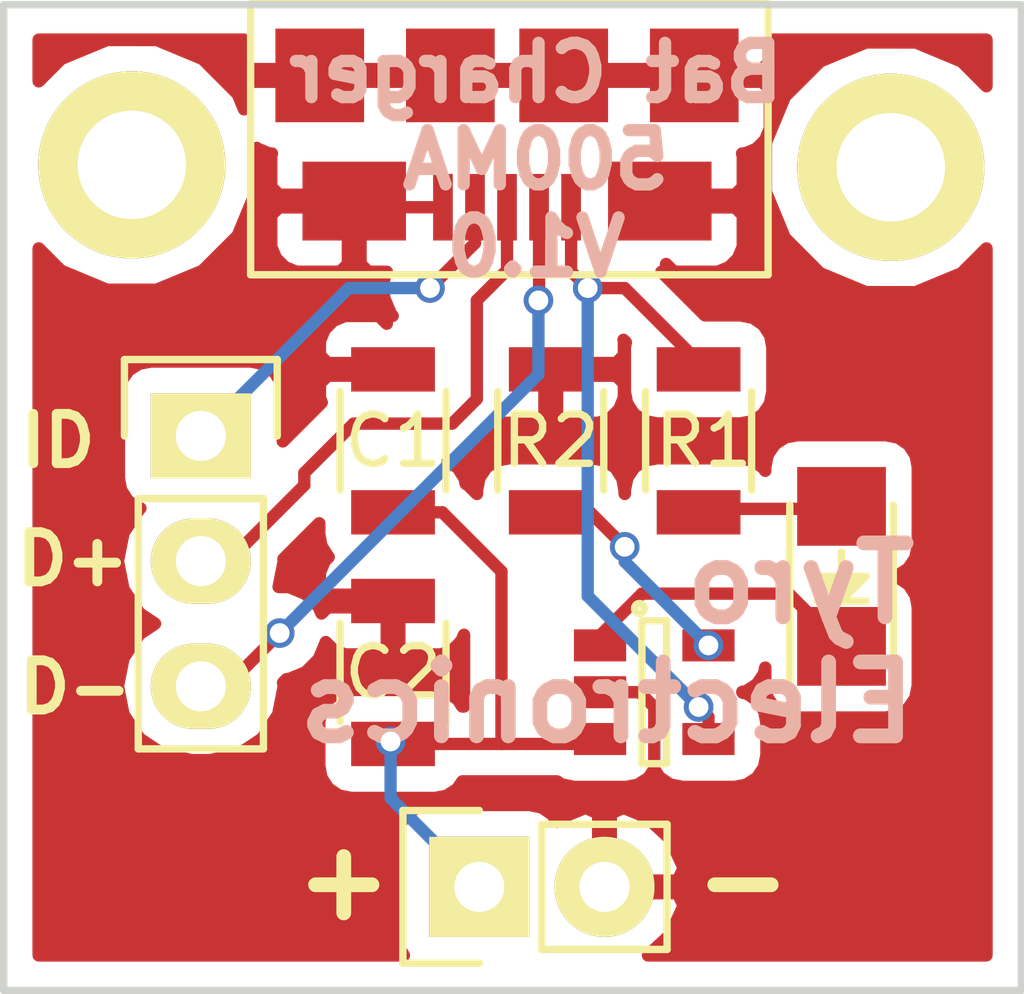
<source format=kicad_pcb>
(kicad_pcb (version 4) (host pcbnew 4.0.2-stable)

  (general
    (links 22)
    (no_connects 0)
    (area 160.324999 78.675 181.125001 101.825001)
    (thickness 1.6)
    (drawings 12)
    (tracks 63)
    (zones 0)
    (modules 11)
    (nets 10)
  )

  (page A4)
  (layers
    (0 F.Cu signal)
    (31 B.Cu signal)
    (32 B.Adhes user)
    (33 F.Adhes user)
    (34 B.Paste user)
    (35 F.Paste user)
    (36 B.SilkS user)
    (37 F.SilkS user)
    (38 B.Mask user)
    (39 F.Mask user)
    (40 Dwgs.User user)
    (41 Cmts.User user)
    (42 Eco1.User user)
    (43 Eco2.User user)
    (44 Edge.Cuts user)
    (45 Margin user)
    (46 B.CrtYd user)
    (47 F.CrtYd user)
    (48 B.Fab user)
    (49 F.Fab user)
  )

  (setup
    (last_trace_width 0.25)
    (trace_clearance 0.2)
    (zone_clearance 0.508)
    (zone_45_only no)
    (trace_min 0.2)
    (segment_width 0.2)
    (edge_width 0.15)
    (via_size 0.6)
    (via_drill 0.4)
    (via_min_size 0.4)
    (via_min_drill 0.3)
    (uvia_size 0.3)
    (uvia_drill 0.1)
    (uvias_allowed no)
    (uvia_min_size 0.2)
    (uvia_min_drill 0.1)
    (pcb_text_width 0.3)
    (pcb_text_size 1.5 1.5)
    (mod_edge_width 0.15)
    (mod_text_size 1 1)
    (mod_text_width 0.15)
    (pad_size 1.524 1.524)
    (pad_drill 0.762)
    (pad_to_mask_clearance 0.2)
    (aux_axis_origin 0 0)
    (visible_elements 7FFFFFFF)
    (pcbplotparams
      (layerselection 0x010f8_80000001)
      (usegerberextensions false)
      (excludeedgelayer true)
      (linewidth 0.100000)
      (plotframeref false)
      (viasonmask false)
      (mode 1)
      (useauxorigin false)
      (hpglpennumber 1)
      (hpglpenspeed 20)
      (hpglpendiameter 15)
      (hpglpenoverlay 2)
      (psnegative false)
      (psa4output false)
      (plotreference true)
      (plotvalue true)
      (plotinvisibletext false)
      (padsonsilk false)
      (subtractmaskfromsilk false)
      (outputformat 1)
      (mirror false)
      (drillshape 0)
      (scaleselection 1)
      (outputdirectory gerbers/))
  )

  (net 0 "")
  (net 1 "Net-(P1-Pad1)")
  (net 2 "Net-(P1-Pad2)")
  (net 3 "Net-(P1-Pad3)")
  (net 4 "Net-(C1-Pad1)")
  (net 5 GND)
  (net 6 "Net-(D1-Pad1)")
  (net 7 "Net-(P2-Pad1)")
  (net 8 "Net-(R2-Pad1)")
  (net 9 "Net-(D1-Pad2)")

  (net_class Default "This is the default net class."
    (clearance 0.2)
    (trace_width 0.25)
    (via_dia 0.6)
    (via_drill 0.4)
    (uvia_dia 0.3)
    (uvia_drill 0.1)
    (add_net GND)
    (add_net "Net-(C1-Pad1)")
    (add_net "Net-(D1-Pad1)")
    (add_net "Net-(D1-Pad2)")
    (add_net "Net-(P1-Pad1)")
    (add_net "Net-(P1-Pad2)")
    (add_net "Net-(P1-Pad3)")
    (add_net "Net-(P2-Pad1)")
    (add_net "Net-(R2-Pad1)")
  )

  (module Pin_Headers:Pin_Header_Straight_1x03 (layer F.Cu) (tedit 56EB5028) (tstamp 56E9BF10)
    (at 164.4 90.5)
    (descr "Through hole pin header")
    (tags "pin header")
    (path /56E76434)
    (fp_text reference "" (at 0 -5.1) (layer F.SilkS) hide
      (effects (font (size 1 1) (thickness 0.15)))
    )
    (fp_text value "" (at 0 -3.1) (layer F.Fab) hide
      (effects (font (size 1 1) (thickness 0.15)))
    )
    (fp_line (start -1.75 -1.75) (end -1.75 6.85) (layer F.CrtYd) (width 0.05))
    (fp_line (start 1.75 -1.75) (end 1.75 6.85) (layer F.CrtYd) (width 0.05))
    (fp_line (start -1.75 -1.75) (end 1.75 -1.75) (layer F.CrtYd) (width 0.05))
    (fp_line (start -1.75 6.85) (end 1.75 6.85) (layer F.CrtYd) (width 0.05))
    (fp_line (start -1.27 1.27) (end -1.27 6.35) (layer F.SilkS) (width 0.15))
    (fp_line (start -1.27 6.35) (end 1.27 6.35) (layer F.SilkS) (width 0.15))
    (fp_line (start 1.27 6.35) (end 1.27 1.27) (layer F.SilkS) (width 0.15))
    (fp_line (start 1.55 -1.55) (end 1.55 0) (layer F.SilkS) (width 0.15))
    (fp_line (start 1.27 1.27) (end -1.27 1.27) (layer F.SilkS) (width 0.15))
    (fp_line (start -1.55 0) (end -1.55 -1.55) (layer F.SilkS) (width 0.15))
    (fp_line (start -1.55 -1.55) (end 1.55 -1.55) (layer F.SilkS) (width 0.15))
    (pad 1 thru_hole rect (at 0 0) (size 2.032 1.7272) (drill 1.016) (layers *.Cu *.Mask F.SilkS)
      (net 1 "Net-(P1-Pad1)"))
    (pad 2 thru_hole oval (at 0 2.54) (size 2.032 1.7272) (drill 1.016) (layers *.Cu *.Mask F.SilkS)
      (net 2 "Net-(P1-Pad2)"))
    (pad 3 thru_hole oval (at 0 5.08) (size 2.032 1.7272) (drill 1.016) (layers *.Cu *.Mask F.SilkS)
      (net 3 "Net-(P1-Pad3)"))
    (model Pin_Headers.3dshapes/Pin_Header_Straight_1x03.wrl
      (at (xyz 0 -0.1 0))
      (scale (xyz 1 1 1))
      (rotate (xyz 0 0 90))
    )
  )

  (module Pin_Headers:Pin_Header_Straight_1x02 (layer F.Cu) (tedit 56EB4E18) (tstamp 56E9BF16)
    (at 170.05 99.65 90)
    (descr "Through hole pin header")
    (tags "pin header")
    (path /56E76222)
    (fp_text reference "" (at 0 -5.1 90) (layer F.SilkS) hide
      (effects (font (size 1 1) (thickness 0.15)))
    )
    (fp_text value "" (at 0 -3.1 90) (layer F.Fab) hide
      (effects (font (size 1 1) (thickness 0.15)))
    )
    (fp_line (start 1.27 1.27) (end 1.27 3.81) (layer F.SilkS) (width 0.15))
    (fp_line (start 1.55 -1.55) (end 1.55 0) (layer F.SilkS) (width 0.15))
    (fp_line (start -1.75 -1.75) (end -1.75 4.3) (layer F.CrtYd) (width 0.05))
    (fp_line (start 1.75 -1.75) (end 1.75 4.3) (layer F.CrtYd) (width 0.05))
    (fp_line (start -1.75 -1.75) (end 1.75 -1.75) (layer F.CrtYd) (width 0.05))
    (fp_line (start -1.75 4.3) (end 1.75 4.3) (layer F.CrtYd) (width 0.05))
    (fp_line (start 1.27 1.27) (end -1.27 1.27) (layer F.SilkS) (width 0.15))
    (fp_line (start -1.55 0) (end -1.55 -1.55) (layer F.SilkS) (width 0.15))
    (fp_line (start -1.55 -1.55) (end 1.55 -1.55) (layer F.SilkS) (width 0.15))
    (fp_line (start -1.27 1.27) (end -1.27 3.81) (layer F.SilkS) (width 0.15))
    (fp_line (start -1.27 3.81) (end 1.27 3.81) (layer F.SilkS) (width 0.15))
    (pad 1 thru_hole rect (at 0 0 90) (size 2.032 2.032) (drill 1.016) (layers *.Cu *.Mask F.SilkS)
      (net 4 "Net-(C1-Pad1)"))
    (pad 2 thru_hole oval (at 0 2.54 90) (size 2.032 2.032) (drill 1.016) (layers *.Cu *.Mask F.SilkS)
      (net 5 GND))
    (model Pin_Headers.3dshapes/Pin_Header_Straight_1x02.wrl
      (at (xyz 0 -0.05 0))
      (scale (xyz 1 1 1))
      (rotate (xyz 0 0 90))
    )
  )

  (module Housings_SOT:SOT-23-5 (layer F.Cu) (tedit 56EB4E7D) (tstamp 56E9BF1F)
    (at 173.6 95.7)
    (descr "5-pin SOT23 package")
    (tags SOT-23-5)
    (path /56E7589C)
    (solder_mask_margin 0.0762)
    (attr smd)
    (fp_text reference U1 (at -0.05 -2.55) (layer F.SilkS) hide
      (effects (font (size 1 1) (thickness 0.15)))
    )
    (fp_text value "" (at -0.05 2.35) (layer F.Fab) hide
      (effects (font (size 1 1) (thickness 0.15)))
    )
    (fp_line (start -1.8 -1.6) (end 1.8 -1.6) (layer F.CrtYd) (width 0.05))
    (fp_line (start 1.8 -1.6) (end 1.8 1.6) (layer F.CrtYd) (width 0.05))
    (fp_line (start 1.8 1.6) (end -1.8 1.6) (layer F.CrtYd) (width 0.05))
    (fp_line (start -1.8 1.6) (end -1.8 -1.6) (layer F.CrtYd) (width 0.05))
    (fp_circle (center -0.3 -1.7) (end -0.2 -1.7) (layer F.SilkS) (width 0.15))
    (fp_line (start 0.25 -1.45) (end -0.25 -1.45) (layer F.SilkS) (width 0.15))
    (fp_line (start 0.25 1.45) (end 0.25 -1.45) (layer F.SilkS) (width 0.15))
    (fp_line (start -0.25 1.45) (end 0.25 1.45) (layer F.SilkS) (width 0.15))
    (fp_line (start -0.25 -1.45) (end -0.25 1.45) (layer F.SilkS) (width 0.15))
    (pad 1 smd rect (at -1.1 -0.95) (size 1.06 0.65) (layers F.Cu F.Paste F.Mask)
      (net 6 "Net-(D1-Pad1)"))
    (pad 2 smd rect (at -1.1 0) (size 1.06 0.65) (layers F.Cu F.Paste F.Mask)
      (net 5 GND))
    (pad 3 smd rect (at -1.1 0.95) (size 1.06 0.65) (layers F.Cu F.Paste F.Mask)
      (net 4 "Net-(C1-Pad1)"))
    (pad 4 smd rect (at 1.1 0.95) (size 1.06 0.65) (layers F.Cu F.Paste F.Mask)
      (net 7 "Net-(P2-Pad1)"))
    (pad 5 smd rect (at 1.1 -0.95) (size 1.06 0.65) (layers F.Cu F.Paste F.Mask)
      (net 8 "Net-(R2-Pad1)"))
    (model TO_SOT_Packages_SMD.3dshapes/SOT-23-5.wrl
      (at (xyz 0 0 0))
      (scale (xyz 1 1 1))
      (rotate (xyz 0 0 0))
    )
  )

  (module Resistors_SMD:R_1206 (layer F.Cu) (tedit 56EB4E5B) (tstamp 56E9BFAA)
    (at 168.3 90.6 90)
    (descr "Resistor SMD 1206, reflow soldering, Vishay (see dcrcw.pdf)")
    (tags "resistor 1206")
    (path /56E75B80)
    (attr smd)
    (fp_text reference C1 (at 0 0 180) (layer F.SilkS)
      (effects (font (size 1 1) (thickness 0.15)))
    )
    (fp_text value "" (at 0 2.3 90) (layer F.Fab) hide
      (effects (font (size 1 1) (thickness 0.15)))
    )
    (fp_line (start -2.2 -1.2) (end 2.2 -1.2) (layer F.CrtYd) (width 0.05))
    (fp_line (start -2.2 1.2) (end 2.2 1.2) (layer F.CrtYd) (width 0.05))
    (fp_line (start -2.2 -1.2) (end -2.2 1.2) (layer F.CrtYd) (width 0.05))
    (fp_line (start 2.2 -1.2) (end 2.2 1.2) (layer F.CrtYd) (width 0.05))
    (fp_line (start 1 1.075) (end -1 1.075) (layer F.SilkS) (width 0.15))
    (fp_line (start -1 -1.075) (end 1 -1.075) (layer F.SilkS) (width 0.15))
    (pad 1 smd rect (at -1.45 0 90) (size 0.9 1.7) (layers F.Cu F.Paste F.Mask)
      (net 4 "Net-(C1-Pad1)"))
    (pad 2 smd rect (at 1.45 0 90) (size 0.9 1.7) (layers F.Cu F.Paste F.Mask)
      (net 5 GND))
    (model Resistors_SMD.3dshapes/R_1206.wrl
      (at (xyz 0 0 0))
      (scale (xyz 1 1 1))
      (rotate (xyz 0 0 0))
    )
  )

  (module Resistors_SMD:R_1206 (layer F.Cu) (tedit 56EB4E20) (tstamp 56E9BFB6)
    (at 168.3 95.3 90)
    (descr "Resistor SMD 1206, reflow soldering, Vishay (see dcrcw.pdf)")
    (tags "resistor 1206")
    (path /56E75BCC)
    (attr smd)
    (fp_text reference C2 (at 0 0 180) (layer F.SilkS)
      (effects (font (size 1 1) (thickness 0.15)))
    )
    (fp_text value "" (at 0 2.3 90) (layer F.Fab) hide
      (effects (font (size 1 1) (thickness 0.15)))
    )
    (fp_line (start -2.2 -1.2) (end 2.2 -1.2) (layer F.CrtYd) (width 0.05))
    (fp_line (start -2.2 1.2) (end 2.2 1.2) (layer F.CrtYd) (width 0.05))
    (fp_line (start -2.2 -1.2) (end -2.2 1.2) (layer F.CrtYd) (width 0.05))
    (fp_line (start 2.2 -1.2) (end 2.2 1.2) (layer F.CrtYd) (width 0.05))
    (fp_line (start 1 1.075) (end -1 1.075) (layer F.SilkS) (width 0.15))
    (fp_line (start -1 -1.075) (end 1 -1.075) (layer F.SilkS) (width 0.15))
    (pad 1 smd rect (at -1.45 0 90) (size 0.9 1.7) (layers F.Cu F.Paste F.Mask)
      (net 4 "Net-(C1-Pad1)"))
    (pad 2 smd rect (at 1.45 0 90) (size 0.9 1.7) (layers F.Cu F.Paste F.Mask)
      (net 5 GND))
    (model Resistors_SMD.3dshapes/R_1206.wrl
      (at (xyz 0 0 0))
      (scale (xyz 1 1 1))
      (rotate (xyz 0 0 0))
    )
  )

  (module Resistors_SMD:R_1206 (layer F.Cu) (tedit 56EB4E6D) (tstamp 56E9BFEB)
    (at 174.5 90.6 270)
    (descr "Resistor SMD 1206, reflow soldering, Vishay (see dcrcw.pdf)")
    (tags "resistor 1206")
    (path /56E75B06)
    (attr smd)
    (fp_text reference R1 (at 0 -0.1 360) (layer F.SilkS)
      (effects (font (size 1 1) (thickness 0.15)))
    )
    (fp_text value "" (at 0 2.3 270) (layer F.Fab) hide
      (effects (font (size 1 1) (thickness 0.15)))
    )
    (fp_line (start -2.2 -1.2) (end 2.2 -1.2) (layer F.CrtYd) (width 0.05))
    (fp_line (start -2.2 1.2) (end 2.2 1.2) (layer F.CrtYd) (width 0.05))
    (fp_line (start -2.2 -1.2) (end -2.2 1.2) (layer F.CrtYd) (width 0.05))
    (fp_line (start 2.2 -1.2) (end 2.2 1.2) (layer F.CrtYd) (width 0.05))
    (fp_line (start 1 1.075) (end -1 1.075) (layer F.SilkS) (width 0.15))
    (fp_line (start -1 -1.075) (end 1 -1.075) (layer F.SilkS) (width 0.15))
    (pad 1 smd rect (at -1.45 0 270) (size 0.9 1.7) (layers F.Cu F.Paste F.Mask)
      (net 7 "Net-(P2-Pad1)"))
    (pad 2 smd rect (at 1.45 0 270) (size 0.9 1.7) (layers F.Cu F.Paste F.Mask)
      (net 9 "Net-(D1-Pad2)"))
    (model Resistors_SMD.3dshapes/R_1206.wrl
      (at (xyz 0 0 0))
      (scale (xyz 1 1 1))
      (rotate (xyz 0 0 0))
    )
  )

  (module Resistors_SMD:R_1206 (layer F.Cu) (tedit 56EB4E65) (tstamp 56E9BFF7)
    (at 171.5 90.6 90)
    (descr "Resistor SMD 1206, reflow soldering, Vishay (see dcrcw.pdf)")
    (tags "resistor 1206")
    (path /56E75D1D)
    (attr smd)
    (fp_text reference R2 (at 0 0 180) (layer F.SilkS)
      (effects (font (size 1 1) (thickness 0.15)))
    )
    (fp_text value "" (at 0 2.3 90) (layer F.Fab) hide
      (effects (font (size 1 1) (thickness 0.15)))
    )
    (fp_line (start -2.2 -1.2) (end 2.2 -1.2) (layer F.CrtYd) (width 0.05))
    (fp_line (start -2.2 1.2) (end 2.2 1.2) (layer F.CrtYd) (width 0.05))
    (fp_line (start -2.2 -1.2) (end -2.2 1.2) (layer F.CrtYd) (width 0.05))
    (fp_line (start 2.2 -1.2) (end 2.2 1.2) (layer F.CrtYd) (width 0.05))
    (fp_line (start 1 1.075) (end -1 1.075) (layer F.SilkS) (width 0.15))
    (fp_line (start -1 -1.075) (end 1 -1.075) (layer F.SilkS) (width 0.15))
    (pad 1 smd rect (at -1.45 0 90) (size 0.9 1.7) (layers F.Cu F.Paste F.Mask)
      (net 8 "Net-(R2-Pad1)"))
    (pad 2 smd rect (at 1.45 0 90) (size 0.9 1.7) (layers F.Cu F.Paste F.Mask)
      (net 5 GND))
    (model Resistors_SMD.3dshapes/R_1206.wrl
      (at (xyz 0 0 0))
      (scale (xyz 1 1 1))
      (rotate (xyz 0 0 0))
    )
  )

  (module Mounting_Holes:MountingHole_2.2mm_M2_ISO14580_Pad (layer F.Cu) (tedit 56EB4E0B) (tstamp 56E9C1A5)
    (at 178.4 85.05)
    (descr "Mounting Hole 2.2mm, M2, ISO14580")
    (tags "mounting hole 2.2mm m2 iso14580")
    (fp_text reference "" (at 0 -2.9) (layer F.SilkS) hide
      (effects (font (size 1 1) (thickness 0.15)))
    )
    (fp_text value "" (at 0 2.9) (layer F.Fab) hide
      (effects (font (size 1 1) (thickness 0.15)))
    )
    (fp_circle (center 0 0) (end 1.9 0) (layer Cmts.User) (width 0.15))
    (fp_circle (center 0 0) (end 2.15 0) (layer F.CrtYd) (width 0.05))
    (pad 1 thru_hole circle (at 0 0) (size 3.8 3.8) (drill 2.2) (layers *.Cu *.Mask F.SilkS))
  )

  (module Mounting_Holes:MountingHole_2.2mm_M2_ISO14580_Pad (layer F.Cu) (tedit 56EB4DFF) (tstamp 56E9C1B4)
    (at 163 85)
    (descr "Mounting Hole 2.2mm, M2, ISO14580")
    (tags "mounting hole 2.2mm m2 iso14580")
    (fp_text reference "" (at 0 -2.9) (layer F.SilkS) hide
      (effects (font (size 1 1) (thickness 0.15)))
    )
    (fp_text value "" (at 0 2.9) (layer F.Fab) hide
      (effects (font (size 1 1) (thickness 0.15)))
    )
    (fp_circle (center 0 0) (end 1.9 0) (layer Cmts.User) (width 0.15))
    (fp_circle (center 0 0) (end 2.15 0) (layer F.CrtYd) (width 0.05))
    (pad 1 thru_hole circle (at 0 0) (size 3.8 3.8) (drill 2.2) (layers *.Cu *.Mask F.SilkS))
  )

  (module LEDs:LED_1206 (layer F.Cu) (tedit 56EB4E79) (tstamp 56EB4DDB)
    (at 177.4 93.35 90)
    (descr "LED 1206 smd package")
    (tags "LED1206 SMD")
    (path /56E75A0A)
    (attr smd)
    (fp_text reference D1 (at 0 -2 90) (layer F.SilkS) hide
      (effects (font (size 1 1) (thickness 0.15)))
    )
    (fp_text value LED (at 0 2 90) (layer F.Fab)
      (effects (font (size 1 1) (thickness 0.15)))
    )
    (fp_line (start -2.15 1.05) (end 1.45 1.05) (layer F.SilkS) (width 0.15))
    (fp_line (start -2.15 -1.05) (end 1.45 -1.05) (layer F.SilkS) (width 0.15))
    (fp_line (start -0.1 -0.3) (end -0.1 0.3) (layer F.SilkS) (width 0.15))
    (fp_line (start -0.1 0.3) (end -0.4 0) (layer F.SilkS) (width 0.15))
    (fp_line (start -0.4 0) (end -0.2 -0.2) (layer F.SilkS) (width 0.15))
    (fp_line (start -0.2 -0.2) (end -0.2 0.05) (layer F.SilkS) (width 0.15))
    (fp_line (start -0.2 0.05) (end -0.25 0) (layer F.SilkS) (width 0.15))
    (fp_line (start -0.5 -0.5) (end -0.5 0.5) (layer F.SilkS) (width 0.15))
    (fp_line (start 0 0) (end 0.5 0) (layer F.SilkS) (width 0.15))
    (fp_line (start -0.5 0) (end 0 -0.5) (layer F.SilkS) (width 0.15))
    (fp_line (start 0 -0.5) (end 0 0.5) (layer F.SilkS) (width 0.15))
    (fp_line (start 0 0.5) (end -0.5 0) (layer F.SilkS) (width 0.15))
    (fp_line (start 2.5 -1.25) (end -2.5 -1.25) (layer F.CrtYd) (width 0.05))
    (fp_line (start -2.5 -1.25) (end -2.5 1.25) (layer F.CrtYd) (width 0.05))
    (fp_line (start -2.5 1.25) (end 2.5 1.25) (layer F.CrtYd) (width 0.05))
    (fp_line (start 2.5 1.25) (end 2.5 -1.25) (layer F.CrtYd) (width 0.05))
    (pad 2 smd rect (at 1.41986 0 270) (size 1.59766 1.80086) (layers F.Cu F.Paste F.Mask)
      (net 9 "Net-(D1-Pad2)"))
    (pad 1 smd rect (at -1.41986 0 270) (size 1.59766 1.80086) (layers F.Cu F.Paste F.Mask)
      (net 6 "Net-(D1-Pad1)"))
    (model LEDs.3dshapes/LED_1206.wrl
      (at (xyz 0 0 0))
      (scale (xyz 1 1 1))
      (rotate (xyz 0 0 180))
    )
  )

  (module myfootprints:micro-usb-fci (layer F.Cu) (tedit 56EB4E06) (tstamp 56EB4EEA)
    (at 171.2 84.2)
    (path /56E8AFB4)
    (solder_mask_margin 0.0762)
    (fp_text reference "" (at 0.7 -4.4) (layer F.SilkS) hide
      (effects (font (size 1 1) (thickness 0.15)))
    )
    (fp_text value "" (at 2.5 -3.5) (layer F.SilkS) hide
      (effects (font (size 1 1) (thickness 0.15)))
    )
    (fp_line (start -5.29 3.03) (end -5.79 3.03) (layer F.SilkS) (width 0.15))
    (fp_line (start -5.79 3.03) (end -5.79 -2.47) (layer F.SilkS) (width 0.15))
    (fp_line (start -5.79 -2.47) (end 4.71 -2.47) (layer F.SilkS) (width 0.15))
    (fp_line (start 4.71 -2.47) (end 4.71 3.03) (layer F.SilkS) (width 0.15))
    (fp_line (start 4.71 3.03) (end -5.29 3.03) (layer F.SilkS) (width 0.15))
    (pad 6 smd rect (at -4.3875 -1.015) (size 1.8 1.9) (layers F.Cu F.Paste F.Mask)
      (net 5 GND))
    (pad 6 smd rect (at 3.2125 -1.015) (size 1.8 1.9) (layers F.Cu F.Paste F.Mask)
      (net 5 GND))
    (pad 6 smd rect (at -1.7375 -1.015) (size 1.8 1.9) (layers F.Cu F.Paste F.Mask)
      (net 5 GND))
    (pad 5 smd rect (at -1.8875 1.66) (size 0.4 1.35) (layers F.Cu F.Paste F.Mask)
      (net 5 GND))
    (pad 4 smd rect (at -1.2375 1.66) (size 0.4 1.35) (layers F.Cu F.Paste F.Mask)
      (net 1 "Net-(P1-Pad1)"))
    (pad 3 smd rect (at -0.5875 1.66) (size 0.4 1.35) (layers F.Cu F.Paste F.Mask)
      (net 2 "Net-(P1-Pad2)"))
    (pad 2 smd rect (at 0.0625 1.66) (size 0.4 1.35) (layers F.Cu F.Paste F.Mask)
      (net 3 "Net-(P1-Pad3)"))
    (pad 1 smd rect (at 0.7125 1.66) (size 0.4 1.35) (layers F.Cu F.Paste F.Mask)
      (net 7 "Net-(P2-Pad1)"))
    (pad 6 smd rect (at 2.5125 1.535) (size 2.1 1.6) (layers F.Cu F.Paste F.Mask)
      (net 5 GND))
    (pad 6 smd rect (at -3.6875 1.535) (size 2.1 1.6) (layers F.Cu F.Paste F.Mask)
      (net 5 GND))
    (pad 6 smd rect (at 0.5625 -1.015) (size 1.8 1.9) (layers F.Cu F.Paste F.Mask)
      (net 5 GND))
  )

  (gr_text "Tyro\nElectronics" (at 179.05 94.7) (layer B.SilkS)
    (effects (font (size 1.5 1.5) (thickness 0.3)) (justify left mirror))
  )
  (gr_text "Bat Charger\n500MA\nV1.0" (at 171.2 84.9) (layer B.SilkS)
    (effects (font (size 1.1 1.1) (thickness 0.25)) (justify mirror))
  )
  (gr_text - (at 175.4 99.5) (layer F.SilkS)
    (effects (font (size 1.5 1.5) (thickness 0.3)))
  )
  (gr_text + (at 167.3 99.5) (layer F.SilkS)
    (effects (font (size 1.5 1.5) (thickness 0.3)))
  )
  (gr_text "D-\n" (at 161.85 95.6) (layer F.SilkS)
    (effects (font (size 1 1) (thickness 0.2)))
  )
  (gr_text D+ (at 161.8 93) (layer F.SilkS)
    (effects (font (size 1 1) (thickness 0.2)))
  )
  (gr_text ID (at 161.5 90.6) (layer F.SilkS)
    (effects (font (size 1 1) (thickness 0.2)))
  )
  (gr_line (start 160.4 81.75) (end 160.45 81.75) (angle 90) (layer Edge.Cuts) (width 0.15))
  (gr_line (start 160.4 101.75) (end 160.4 81.75) (angle 90) (layer Edge.Cuts) (width 0.15))
  (gr_line (start 181.05 101.75) (end 160.4 101.75) (angle 90) (layer Edge.Cuts) (width 0.15))
  (gr_line (start 181.05 81.75) (end 181.05 101.75) (angle 90) (layer Edge.Cuts) (width 0.15))
  (gr_line (start 160.4 81.75) (end 181.05 81.75) (angle 90) (layer Edge.Cuts) (width 0.15))

  (via (at 164.4 90.5) (size 0.6) (drill 0.4) (layers F.Cu B.Cu) (net 1))
  (segment (start 164.4 90.5) (end 167.4 87.5) (width 0.25) (layer B.Cu) (net 1) (tstamp 56E9C7CB))
  (segment (start 169.9625 86.5875) (end 169.9625 85.86) (width 0.25) (layer F.Cu) (net 1) (tstamp 56E9C7D7))
  (segment (start 169.05 87.5) (end 169.9625 86.5875) (width 0.25) (layer F.Cu) (net 1) (tstamp 56E9C7D6))
  (via (at 169.05 87.5) (size 0.6) (drill 0.4) (layers F.Cu B.Cu) (net 1))
  (segment (start 167.4 87.5) (end 169.05 87.5) (width 0.25) (layer B.Cu) (net 1) (tstamp 56E9C7CC))
  (segment (start 164.4 93.04) (end 164.96 93.04) (width 0.25) (layer F.Cu) (net 2))
  (segment (start 164.96 93.04) (end 166.5 91.5) (width 0.25) (layer F.Cu) (net 2) (tstamp 56E9C651))
  (segment (start 166.5 91.5) (end 166.5 91.25) (width 0.25) (layer F.Cu) (net 2) (tstamp 56E9C657))
  (segment (start 166.5 91.25) (end 167.5 90.25) (width 0.25) (layer F.Cu) (net 2) (tstamp 56E9C658))
  (segment (start 167.5 90.25) (end 169.5 90.25) (width 0.25) (layer F.Cu) (net 2) (tstamp 56E9C65B))
  (segment (start 169.5 90.25) (end 170 89.75) (width 0.25) (layer F.Cu) (net 2) (tstamp 56E9C661))
  (segment (start 170 89.75) (end 170 87.75) (width 0.25) (layer F.Cu) (net 2) (tstamp 56E9C662))
  (segment (start 170 87.75) (end 170.6125 87.1375) (width 0.25) (layer F.Cu) (net 2) (tstamp 56E9C665))
  (segment (start 170.6125 87.1375) (end 170.6125 85.86) (width 0.25) (layer F.Cu) (net 2) (tstamp 56E9C667))
  (segment (start 164.4 95.58) (end 164.92 95.58) (width 0.25) (layer F.Cu) (net 3))
  (segment (start 164.92 95.58) (end 166 94.5) (width 0.25) (layer F.Cu) (net 3) (tstamp 56E9C671))
  (via (at 166 94.5) (size 0.6) (drill 0.4) (layers F.Cu B.Cu) (net 3))
  (segment (start 166 94.5) (end 171.25 89.25) (width 0.25) (layer B.Cu) (net 3) (tstamp 56E9C673))
  (segment (start 171.25 89.25) (end 171.25 87.75) (width 0.25) (layer B.Cu) (net 3) (tstamp 56E9C674))
  (via (at 171.25 87.75) (size 0.6) (drill 0.4) (layers F.Cu B.Cu) (net 3))
  (segment (start 171.25 87.75) (end 171.2625 87.7375) (width 0.25) (layer F.Cu) (net 3) (tstamp 56E9C67D))
  (segment (start 171.2625 87.7375) (end 171.2625 85.86) (width 0.25) (layer F.Cu) (net 3) (tstamp 56E9C67E))
  (via (at 170.05 99.65) (size 0.6) (drill 0.4) (layers F.Cu B.Cu) (net 4))
  (segment (start 170.05 99.65) (end 168.25 97.85) (width 0.25) (layer B.Cu) (net 4) (tstamp 56EB4F98))
  (segment (start 168.25 96.7) (end 168.3 96.75) (width 0.25) (layer F.Cu) (net 4) (tstamp 56EB4F9C))
  (via (at 168.25 96.7) (size 0.6) (drill 0.4) (layers F.Cu B.Cu) (net 4))
  (segment (start 168.25 97.85) (end 168.25 96.7) (width 0.25) (layer B.Cu) (net 4) (tstamp 56EB4F99))
  (segment (start 168.3 92.05) (end 169.3 92.05) (width 0.25) (layer F.Cu) (net 4))
  (segment (start 170.5 93.25) (end 170.5 96.75) (width 0.25) (layer F.Cu) (net 4) (tstamp 56E9C6E0))
  (segment (start 169.3 92.05) (end 170.5 93.25) (width 0.25) (layer F.Cu) (net 4) (tstamp 56E9C6DA))
  (segment (start 168.3 96.75) (end 170.5 96.75) (width 0.25) (layer F.Cu) (net 4))
  (segment (start 170.5 96.75) (end 172.4 96.75) (width 0.25) (layer F.Cu) (net 4) (tstamp 56E9C6ED))
  (segment (start 172.4 96.75) (end 172.5 96.65) (width 0.25) (layer F.Cu) (net 4) (tstamp 56E9C68E))
  (segment (start 170.05 99.65) (end 169.65 99.65) (width 0.25) (layer F.Cu) (net 4))
  (segment (start 169.3125 85.86) (end 168.51 85.86) (width 0.25) (layer F.Cu) (net 5))
  (segment (start 168.51 85.86) (end 168.15 85.5) (width 0.25) (layer F.Cu) (net 5) (tstamp 56E9C7BE))
  (segment (start 172.5 95.7) (end 173.3 95.7) (width 0.25) (layer F.Cu) (net 5))
  (segment (start 173.6 96) (end 173.6 97.65) (width 0.25) (layer F.Cu) (net 5) (tstamp 56E9C7AF))
  (segment (start 173.3 95.7) (end 173.6 96) (width 0.25) (layer F.Cu) (net 5) (tstamp 56E9C7AD))
  (segment (start 172.5 94.75) (end 172.5 94.55) (width 0.25) (layer F.Cu) (net 6))
  (segment (start 172.5 94.55) (end 173.35 93.7) (width 0.25) (layer F.Cu) (net 6) (tstamp 56EB4E21))
  (segment (start 173.35 93.7) (end 176.33014 93.7) (width 0.25) (layer F.Cu) (net 6) (tstamp 56EB4E22))
  (segment (start 176.33014 93.7) (end 177.4 94.76986) (width 0.25) (layer F.Cu) (net 6) (tstamp 56EB4E23))
  (segment (start 174.5 89.15) (end 174.5 89) (width 0.25) (layer F.Cu) (net 7))
  (segment (start 174.5 89) (end 173 87.5) (width 0.25) (layer F.Cu) (net 7) (tstamp 56E9C6BB))
  (segment (start 173 87.5) (end 172.25 87.5) (width 0.25) (layer F.Cu) (net 7) (tstamp 56E9C6BE))
  (segment (start 174.7 96.65) (end 174.7 96.2) (width 0.25) (layer F.Cu) (net 7))
  (segment (start 171.9125 87.1625) (end 171.9125 85.86) (width 0.25) (layer F.Cu) (net 7) (tstamp 56E9C6B7))
  (segment (start 172.25 87.5) (end 171.9125 87.1625) (width 0.25) (layer F.Cu) (net 7) (tstamp 56E9C6B6))
  (via (at 172.25 87.5) (size 0.6) (drill 0.4) (layers F.Cu B.Cu) (net 7))
  (segment (start 172.25 93.75) (end 172.25 87.5) (width 0.25) (layer B.Cu) (net 7) (tstamp 56E9C6AD))
  (segment (start 174.5 96) (end 172.25 93.75) (width 0.25) (layer B.Cu) (net 7) (tstamp 56E9C6AC))
  (via (at 174.5 96) (size 0.6) (drill 0.4) (layers F.Cu B.Cu) (net 7))
  (segment (start 174.7 96.2) (end 174.5 96) (width 0.25) (layer F.Cu) (net 7) (tstamp 56E9C6A7))
  (via (at 174.7 94.75) (size 0.6) (drill 0.4) (layers F.Cu B.Cu) (net 8))
  (segment (start 172.3 92.05) (end 173 92.75) (width 0.25) (layer F.Cu) (net 8) (tstamp 56E9C718))
  (via (at 173 92.75) (size 0.6) (drill 0.4) (layers F.Cu B.Cu) (net 8))
  (segment (start 173 93.05) (end 173 92.75) (width 0.25) (layer B.Cu) (net 8) (tstamp 56E9C70F))
  (segment (start 173 93.05) (end 174.7 94.75) (width 0.25) (layer B.Cu) (net 8) (tstamp 56E9C70E))
  (segment (start 172.3 92.05) (end 171.5 92.05) (width 0.25) (layer F.Cu) (net 8) (tstamp 56E9C719))
  (segment (start 177.4 91.98014) (end 174.56986 91.98014) (width 0.25) (layer F.Cu) (net 9))
  (segment (start 174.56986 91.98014) (end 174.5 92.05) (width 0.25) (layer F.Cu) (net 9) (tstamp 56E9C701))

  (zone (net 5) (net_name GND) (layer F.Cu) (tstamp 56E9C748) (hatch edge 0.508)
    (connect_pads (clearance 0.508))
    (min_thickness 0.254)
    (fill yes (arc_segments 16) (thermal_gap 0.508) (thermal_bridge_width 0.508))
    (polygon
      (pts
        (xy 181 101.75) (xy 181 81.75) (xy 160.5 81.75) (xy 160.5 101.75)
      )
    )
    (filled_polygon
      (pts
        (xy 165.2775 82.89925) (xy 165.43625 83.058) (xy 166.6855 83.058) (xy 166.6855 83.038) (xy 166.9395 83.038)
        (xy 166.9395 83.058) (xy 169.3355 83.058) (xy 169.3355 83.038) (xy 169.5895 83.038) (xy 169.5895 83.058)
        (xy 171.6355 83.058) (xy 171.6355 83.038) (xy 171.8895 83.038) (xy 171.8895 83.058) (xy 174.2855 83.058)
        (xy 174.2855 83.038) (xy 174.5395 83.038) (xy 174.5395 83.058) (xy 175.78875 83.058) (xy 175.9475 82.89925)
        (xy 175.9475 82.46) (xy 180.34 82.46) (xy 180.34 83.405224) (xy 179.837837 82.902184) (xy 178.906455 82.515441)
        (xy 177.897969 82.514561) (xy 176.965914 82.899678) (xy 176.252184 83.612163) (xy 175.865441 84.543545) (xy 175.864561 85.552031)
        (xy 176.249678 86.484086) (xy 176.962163 87.197816) (xy 177.893545 87.584559) (xy 178.902031 87.585439) (xy 179.834086 87.200322)
        (xy 180.34 86.69529) (xy 180.34 101.04) (xy 173.472488 101.04) (xy 173.927188 100.618379) (xy 174.195983 100.032946)
        (xy 174.077367 99.777) (xy 172.717 99.777) (xy 172.717 99.797) (xy 172.463 99.797) (xy 172.463 99.777)
        (xy 172.443 99.777) (xy 172.443 99.523) (xy 172.463 99.523) (xy 172.463 98.163164) (xy 172.717 98.163164)
        (xy 172.717 99.523) (xy 174.077367 99.523) (xy 174.195983 99.267054) (xy 173.927188 98.681621) (xy 173.454818 98.243615)
        (xy 172.972944 98.044025) (xy 172.717 98.163164) (xy 172.463 98.163164) (xy 172.207056 98.044025) (xy 171.725182 98.243615)
        (xy 171.627602 98.334097) (xy 171.53009 98.182559) (xy 171.31789 98.037569) (xy 171.066 97.98656) (xy 169.034 97.98656)
        (xy 168.798683 98.030838) (xy 168.582559 98.16991) (xy 168.437569 98.38211) (xy 168.38656 98.634) (xy 168.38656 100.666)
        (xy 168.430838 100.901317) (xy 168.520078 101.04) (xy 161.11 101.04) (xy 161.11 86.694863) (xy 161.562163 87.147816)
        (xy 162.493545 87.534559) (xy 163.502031 87.535439) (xy 164.434086 87.150322) (xy 165.147816 86.437837) (xy 165.321005 86.02075)
        (xy 165.8275 86.02075) (xy 165.8275 86.66131) (xy 165.924173 86.894699) (xy 166.102802 87.073327) (xy 166.336191 87.17)
        (xy 167.22675 87.17) (xy 167.3855 87.01125) (xy 167.3855 85.862) (xy 165.98625 85.862) (xy 165.8275 86.02075)
        (xy 165.321005 86.02075) (xy 165.534559 85.506455) (xy 165.535301 84.655826) (xy 165.552802 84.673327) (xy 165.786191 84.77)
        (xy 165.843526 84.77) (xy 165.8275 84.80869) (xy 165.8275 85.44925) (xy 165.98625 85.608) (xy 167.3855 85.608)
        (xy 167.3855 85.588) (xy 167.6395 85.588) (xy 167.6395 85.608) (xy 167.6595 85.608) (xy 167.6595 85.862)
        (xy 167.6395 85.862) (xy 167.6395 87.01125) (xy 167.79825 87.17) (xy 168.174625 87.17) (xy 168.115162 87.313201)
        (xy 168.114838 87.685167) (xy 168.256883 88.028943) (xy 168.292877 88.065) (xy 168.172998 88.065) (xy 168.172998 88.223748)
        (xy 168.01425 88.065) (xy 167.32369 88.065) (xy 167.090301 88.161673) (xy 166.911673 88.340302) (xy 166.815 88.573691)
        (xy 166.815 88.86425) (xy 166.97375 89.023) (xy 168.173 89.023) (xy 168.173 89.003) (xy 168.427 89.003)
        (xy 168.427 89.023) (xy 168.447 89.023) (xy 168.447 89.277) (xy 168.427 89.277) (xy 168.427 89.297)
        (xy 168.173 89.297) (xy 168.173 89.277) (xy 166.97375 89.277) (xy 166.815 89.43575) (xy 166.815 89.726309)
        (xy 166.854215 89.820983) (xy 166.06344 90.611758) (xy 166.06344 89.6364) (xy 166.019162 89.401083) (xy 165.88009 89.184959)
        (xy 165.66789 89.039969) (xy 165.416 88.98896) (xy 163.384 88.98896) (xy 163.148683 89.033238) (xy 162.932559 89.17231)
        (xy 162.787569 89.38451) (xy 162.73656 89.6364) (xy 162.73656 91.3636) (xy 162.780838 91.598917) (xy 162.91991 91.815041)
        (xy 163.13211 91.960031) (xy 163.173439 91.9684) (xy 163.155585 91.98033) (xy 162.830729 92.466511) (xy 162.716655 93.04)
        (xy 162.830729 93.613489) (xy 163.155585 94.09967) (xy 163.470366 94.31) (xy 163.155585 94.52033) (xy 162.830729 95.006511)
        (xy 162.716655 95.58) (xy 162.830729 96.153489) (xy 163.155585 96.63967) (xy 163.641766 96.964526) (xy 164.215255 97.0786)
        (xy 164.584745 97.0786) (xy 165.158234 96.964526) (xy 165.644415 96.63967) (xy 165.969271 96.153489) (xy 166.083345 95.58)
        (xy 166.068655 95.506147) (xy 166.13968 95.435122) (xy 166.185167 95.435162) (xy 166.528943 95.293117) (xy 166.792192 95.030327)
        (xy 166.934838 94.686799) (xy 166.934841 94.682867) (xy 167.090301 94.838327) (xy 167.32369 94.935) (xy 168.01425 94.935)
        (xy 168.173 94.77625) (xy 168.173 93.977) (xy 166.97375 93.977) (xy 166.847668 94.103082) (xy 166.793117 93.971057)
        (xy 166.530327 93.707808) (xy 166.186799 93.565162) (xy 165.97892 93.564981) (xy 166.083345 93.04) (xy 166.075291 92.999511)
        (xy 166.80256 92.272242) (xy 166.80256 92.5) (xy 166.846838 92.735317) (xy 166.98591 92.951441) (xy 166.994598 92.957377)
        (xy 166.911673 93.040302) (xy 166.815 93.273691) (xy 166.815 93.56425) (xy 166.97375 93.723) (xy 168.173 93.723)
        (xy 168.173 93.703) (xy 168.427 93.703) (xy 168.427 93.723) (xy 168.447 93.723) (xy 168.447 93.977)
        (xy 168.427 93.977) (xy 168.427 94.77625) (xy 168.58575 94.935) (xy 169.27631 94.935) (xy 169.509699 94.838327)
        (xy 169.688327 94.659698) (xy 169.74 94.534948) (xy 169.74 95.99) (xy 169.705105 95.99) (xy 169.61409 95.848559)
        (xy 169.40189 95.703569) (xy 169.15 95.65256) (xy 167.45 95.65256) (xy 167.214683 95.696838) (xy 166.998559 95.83591)
        (xy 166.853569 96.04811) (xy 166.80256 96.3) (xy 166.80256 97.2) (xy 166.846838 97.435317) (xy 166.98591 97.651441)
        (xy 167.19811 97.796431) (xy 167.45 97.84744) (xy 169.15 97.84744) (xy 169.385317 97.803162) (xy 169.601441 97.66409)
        (xy 169.706726 97.51) (xy 171.628203 97.51) (xy 171.71811 97.571431) (xy 171.97 97.62244) (xy 173.03 97.62244)
        (xy 173.265317 97.578162) (xy 173.481441 97.43909) (xy 173.601233 97.263768) (xy 173.70591 97.426441) (xy 173.91811 97.571431)
        (xy 174.17 97.62244) (xy 175.23 97.62244) (xy 175.465317 97.578162) (xy 175.681441 97.43909) (xy 175.826431 97.22689)
        (xy 175.87744 96.975) (xy 175.87744 96.325) (xy 175.833162 96.089683) (xy 175.69409 95.873559) (xy 175.48189 95.728569)
        (xy 175.391997 95.710365) (xy 175.38494 95.693286) (xy 175.465317 95.678162) (xy 175.681441 95.53909) (xy 175.826431 95.32689)
        (xy 175.85213 95.199985) (xy 175.85213 95.56869) (xy 175.896408 95.804007) (xy 176.03548 96.020131) (xy 176.24768 96.165121)
        (xy 176.49957 96.21613) (xy 178.30043 96.21613) (xy 178.535747 96.171852) (xy 178.751871 96.03278) (xy 178.896861 95.82058)
        (xy 178.94787 95.56869) (xy 178.94787 93.97103) (xy 178.903592 93.735713) (xy 178.76452 93.519589) (xy 178.55232 93.374599)
        (xy 178.435634 93.35097) (xy 178.535747 93.332132) (xy 178.751871 93.19306) (xy 178.896861 92.98086) (xy 178.94787 92.72897)
        (xy 178.94787 91.13131) (xy 178.903592 90.895993) (xy 178.76452 90.679869) (xy 178.55232 90.534879) (xy 178.30043 90.48387)
        (xy 176.49957 90.48387) (xy 176.264253 90.528148) (xy 176.048129 90.66722) (xy 175.903139 90.87942) (xy 175.85213 91.13131)
        (xy 175.85213 91.207675) (xy 175.81409 91.148559) (xy 175.60189 91.003569) (xy 175.35 90.95256) (xy 173.65 90.95256)
        (xy 173.414683 90.996838) (xy 173.198559 91.13591) (xy 173.053569 91.34811) (xy 173.00256 91.6) (xy 173.00256 91.677758)
        (xy 172.99744 91.672638) (xy 172.99744 91.6) (xy 172.953162 91.364683) (xy 172.81409 91.148559) (xy 172.60189 91.003569)
        (xy 172.35 90.95256) (xy 170.65 90.95256) (xy 170.414683 90.996838) (xy 170.198559 91.13591) (xy 170.053569 91.34811)
        (xy 170.00256 91.6) (xy 170.00256 91.677758) (xy 169.837401 91.512599) (xy 169.772883 91.469489) (xy 169.753162 91.364683)
        (xy 169.61409 91.148559) (xy 169.411302 91.01) (xy 169.5 91.01) (xy 169.790839 90.952148) (xy 170.037401 90.787401)
        (xy 170.537401 90.287401) (xy 170.572414 90.235) (xy 171.21425 90.235) (xy 171.373 90.07625) (xy 171.373 89.277)
        (xy 171.627 89.277) (xy 171.627 90.07625) (xy 171.78575 90.235) (xy 172.47631 90.235) (xy 172.709699 90.138327)
        (xy 172.888327 89.959698) (xy 172.985 89.726309) (xy 172.985 89.43575) (xy 172.82625 89.277) (xy 171.627 89.277)
        (xy 171.373 89.277) (xy 171.353 89.277) (xy 171.353 89.023) (xy 171.373 89.023) (xy 171.373 89.003)
        (xy 171.627 89.003) (xy 171.627 89.023) (xy 172.82625 89.023) (xy 172.985 88.86425) (xy 172.985 88.573691)
        (xy 172.975179 88.549981) (xy 173.023213 88.598015) (xy 173.00256 88.7) (xy 173.00256 89.6) (xy 173.046838 89.835317)
        (xy 173.18591 90.051441) (xy 173.39811 90.196431) (xy 173.65 90.24744) (xy 175.35 90.24744) (xy 175.585317 90.203162)
        (xy 175.801441 90.06409) (xy 175.946431 89.85189) (xy 175.99744 89.6) (xy 175.99744 88.7) (xy 175.953162 88.464683)
        (xy 175.81409 88.248559) (xy 175.60189 88.103569) (xy 175.35 88.05256) (xy 174.627362 88.05256) (xy 173.744802 87.17)
        (xy 173.839502 87.17) (xy 173.839502 87.011252) (xy 173.99825 87.17) (xy 174.888809 87.17) (xy 175.122198 87.073327)
        (xy 175.300827 86.894699) (xy 175.3975 86.66131) (xy 175.3975 86.02075) (xy 175.23875 85.862) (xy 173.8395 85.862)
        (xy 173.8395 85.882) (xy 173.5855 85.882) (xy 173.5855 85.862) (xy 173.5655 85.862) (xy 173.5655 85.608)
        (xy 173.5855 85.608) (xy 173.5855 85.588) (xy 173.8395 85.588) (xy 173.8395 85.608) (xy 175.23875 85.608)
        (xy 175.3975 85.44925) (xy 175.3975 84.80869) (xy 175.381474 84.77) (xy 175.438809 84.77) (xy 175.672198 84.673327)
        (xy 175.850827 84.494699) (xy 175.9475 84.26131) (xy 175.9475 83.47075) (xy 175.78875 83.312) (xy 174.5395 83.312)
        (xy 174.5395 83.332) (xy 174.2855 83.332) (xy 174.2855 83.312) (xy 171.8895 83.312) (xy 171.8895 83.332)
        (xy 171.6355 83.332) (xy 171.6355 83.312) (xy 169.5895 83.312) (xy 169.5895 83.332) (xy 169.3355 83.332)
        (xy 169.3355 83.312) (xy 166.9395 83.312) (xy 166.9395 83.332) (xy 166.6855 83.332) (xy 166.6855 83.312)
        (xy 165.43625 83.312) (xy 165.2775 83.47075) (xy 165.2775 83.873708) (xy 165.150322 83.565914) (xy 164.437837 82.852184)
        (xy 163.506455 82.465441) (xy 162.497969 82.464561) (xy 161.565914 82.849678) (xy 161.11 83.304797) (xy 161.11 82.46)
        (xy 165.2775 82.46)
      )
    )
  )
)

</source>
